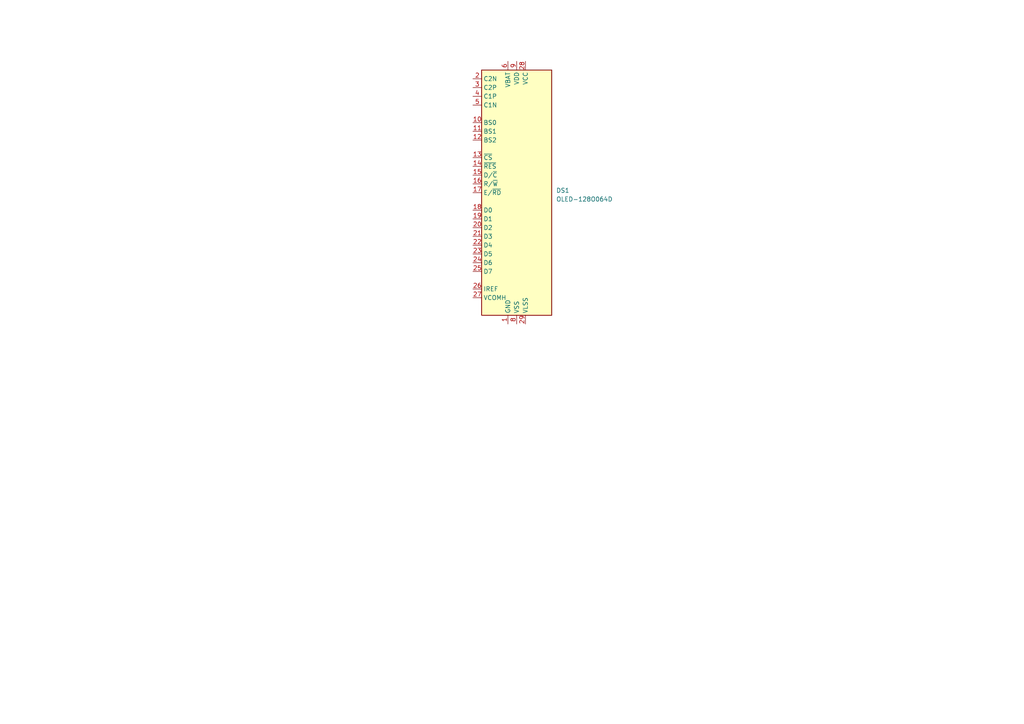
<source format=kicad_sch>
(kicad_sch (version 20230121) (generator eeschema)
  (paper "A4")
  (lib_symbols
    (symbol "Display_Graphic:OLED-128O064D"
      (property "Reference" "DS" (at -10.16 38.1 0))
      (property "Value" "OLED-128O064D" (at 12.7 38.1 0))
      (symbol "OLED-128O064D_0_1"
        (rectangle (start -10.16 35.56) (end 10.16 -35.56) (stroke (width 0.254)) (fill (type background)))
      )
      (symbol "OLED-128O064D_1_1"
        (pin power_in line (at -2.54 -38.1 90) (length 2.54) (name "GND") (number "1"))
        (pin input line (at -12.7 20.32 0) (length 2.54) (name "BS0") (number "10"))
        (pin input line (at -12.7 17.78 0) (length 2.54) (name "BS1") (number "11"))
        (pin input line (at -12.7 15.24 0) (length 2.54) (name "BS2") (number "12"))
        (pin input line (at -12.7 10.16 0) (length 2.54) (name "~{CS}") (number "13"))
        (pin input line (at -12.7 7.62 0) (length 2.54) (name "~{RES}") (number "14"))
        (pin input line (at -12.7 5.08 0) (length 2.54) (name "D/~{C}") (number "15"))
        (pin input line (at -12.7 2.54 0) (length 2.54) (name "R/~{W}") (number "16"))
        (pin input line (at -12.7 0 0) (length 2.54) (name "E/~{RD}") (number "17"))
        (pin bidirectional line (at -12.7 -5.08 0) (length 2.54) (name "D0") (number "18"))
        (pin bidirectional line (at -12.7 -7.62 0) (length 2.54) (name "D1") (number "19"))
        (pin passive line (at -12.7 33.02 0) (length 2.54) (name "C2N") (number "2"))
        (pin bidirectional line (at -12.7 -10.16 0) (length 2.54) (name "D2") (number "20"))
        (pin bidirectional line (at -12.7 -12.7 0) (length 2.54) (name "D3") (number "21"))
        (pin bidirectional line (at -12.7 -15.24 0) (length 2.54) (name "D4") (number "22"))
        (pin bidirectional line (at -12.7 -17.78 0) (length 2.54) (name "D5") (number "23"))
        (pin bidirectional line (at -12.7 -20.32 0) (length 2.54) (name "D6") (number "24"))
        (pin bidirectional line (at -12.7 -22.86 0) (length 2.54) (name "D7") (number "25"))
        (pin passive line (at -12.7 -27.94 0) (length 2.54) (name "IREF") (number "26"))
        (pin passive line (at -12.7 -30.48 0) (length 2.54) (name "VCOMH") (number "27"))
        (pin power_in line (at 2.54 38.1 270) (length 2.54) (name "VCC") (number "28"))
        (pin power_in line (at 2.54 -38.1 90) (length 2.54) (name "VLSS") (number "29"))
        (pin passive line (at -12.7 30.48 0) (length 2.54) (name "C2P") (number "3"))
        (pin passive line (at -2.54 -38.1 90) (length 2.54) hide (name "GND") (number "30"))
        (pin passive line (at -12.7 27.94 0) (length 2.54) (name "C1P") (number "4"))
        (pin passive line (at -12.7 25.4 0) (length 2.54) (name "C1N") (number "5"))
        (pin power_in line (at -2.54 38.1 270) (length 2.54) (name "VBAT") (number "6"))
        (pin no_connect line (at 10.16 0 180) (length 2.54) hide (name "NC") (number "7"))
        (pin power_in line (at 0 -38.1 90) (length 2.54) (name "VSS") (number "8"))
        (pin power_in line (at 0 38.1 270) (length 2.54) (name "VDD") (number "9"))
      )
    )
  )
  (symbol (lib_id "Display_Graphic:OLED-128O064D") (at 149.86 55.88 0) (unit 1)
    (property "Reference" "DS1" (at 161.29 55.245 0) (effects (justify left)))
    (property "Value" "OLED-128O064D" (at 161.29 57.785 0) (effects (justify left)))
    (property "Footprint" "Display:OLED-128O064D" (effects hide))
    (property "Datasheet" "https://www.vishay.com/docs/37902/oled128o064dbpp3n00000.pdf" (effects hide))
  )
)
</source>
